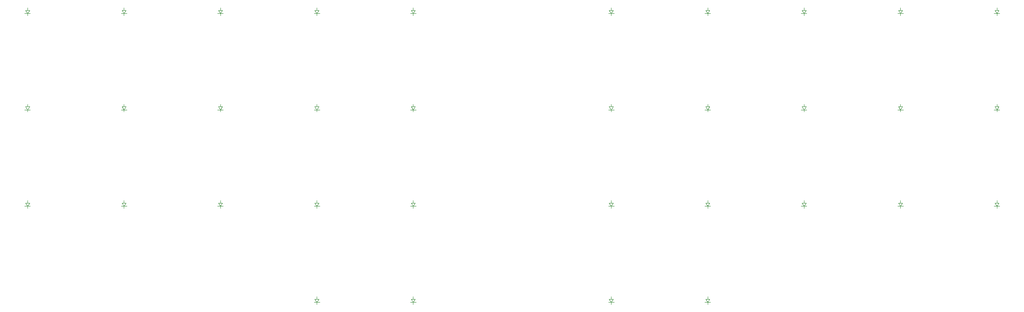
<source format=gbr>
%TF.GenerationSoftware,KiCad,Pcbnew,9.0.1*%
%TF.CreationDate,2025-05-05T17:51:07+08:00*%
%TF.ProjectId,board,626f6172-642e-46b6-9963-61645f706362,v1.0.0*%
%TF.SameCoordinates,Original*%
%TF.FileFunction,Legend,Top*%
%TF.FilePolarity,Positive*%
%FSLAX46Y46*%
G04 Gerber Fmt 4.6, Leading zero omitted, Abs format (unit mm)*
G04 Created by KiCad (PCBNEW 9.0.1) date 2025-05-05 17:51:07*
%MOMM*%
%LPD*%
G01*
G04 APERTURE LIST*
%ADD10C,0.100000*%
G04 APERTURE END LIST*
D10*
%TO.C,D29*%
X265140000Y-150430000D02*
X265940000Y-150430000D01*
X265540000Y-150430000D02*
X265540000Y-149930000D01*
X265540000Y-151030000D02*
X264990000Y-151030000D01*
X265540000Y-151030000D02*
X265140000Y-150430000D01*
X265540000Y-151030000D02*
X266090000Y-151030000D01*
X265540000Y-151430000D02*
X265540000Y-151030000D01*
X265940000Y-150430000D02*
X265540000Y-151030000D01*
%TO.C,D12*%
X150140000Y-131430000D02*
X150940000Y-131430000D01*
X150540000Y-131430000D02*
X150540000Y-130930000D01*
X150540000Y-132030000D02*
X149990000Y-132030000D01*
X150540000Y-132030000D02*
X150140000Y-131430000D01*
X150540000Y-132030000D02*
X151090000Y-132030000D01*
X150540000Y-132430000D02*
X150540000Y-132030000D01*
X150940000Y-131430000D02*
X150540000Y-132030000D01*
%TO.C,D23*%
X227140000Y-150430000D02*
X227940000Y-150430000D01*
X227540000Y-150430000D02*
X227540000Y-149930000D01*
X227540000Y-151030000D02*
X226990000Y-151030000D01*
X227540000Y-151030000D02*
X227140000Y-150430000D01*
X227540000Y-151030000D02*
X228090000Y-151030000D01*
X227540000Y-151430000D02*
X227540000Y-151030000D01*
X227940000Y-150430000D02*
X227540000Y-151030000D01*
%TO.C,D4*%
X112140000Y-150430000D02*
X112940000Y-150430000D01*
X112540000Y-150430000D02*
X112540000Y-149930000D01*
X112540000Y-151030000D02*
X111990000Y-151030000D01*
X112540000Y-151030000D02*
X112140000Y-150430000D01*
X112540000Y-151030000D02*
X113090000Y-151030000D01*
X112540000Y-151430000D02*
X112540000Y-151030000D01*
X112940000Y-150430000D02*
X112540000Y-151030000D01*
%TO.C,D16*%
X169140000Y-131430000D02*
X169940000Y-131430000D01*
X169540000Y-131430000D02*
X169540000Y-130930000D01*
X169540000Y-132030000D02*
X168990000Y-132030000D01*
X169540000Y-132030000D02*
X169140000Y-131430000D01*
X169540000Y-132030000D02*
X170090000Y-132030000D01*
X169540000Y-132430000D02*
X169540000Y-132030000D01*
X169940000Y-131430000D02*
X169540000Y-132030000D01*
%TO.C,D14*%
X169140000Y-169430000D02*
X169940000Y-169430000D01*
X169540000Y-169430000D02*
X169540000Y-168930000D01*
X169540000Y-170030000D02*
X168990000Y-170030000D01*
X169540000Y-170030000D02*
X169140000Y-169430000D01*
X169540000Y-170030000D02*
X170090000Y-170030000D01*
X169540000Y-170430000D02*
X169540000Y-170030000D01*
X169940000Y-169430000D02*
X169540000Y-170030000D01*
%TO.C,D1*%
X93140000Y-150430000D02*
X93940000Y-150430000D01*
X93540000Y-150430000D02*
X93540000Y-149930000D01*
X93540000Y-151030000D02*
X92990000Y-151030000D01*
X93540000Y-151030000D02*
X93140000Y-150430000D01*
X93540000Y-151030000D02*
X94090000Y-151030000D01*
X93540000Y-151430000D02*
X93540000Y-151030000D01*
X93940000Y-150430000D02*
X93540000Y-151030000D01*
%TO.C,D21*%
X208140000Y-112430000D02*
X208940000Y-112430000D01*
X208540000Y-112430000D02*
X208540000Y-111930000D01*
X208540000Y-113030000D02*
X207990000Y-113030000D01*
X208540000Y-113030000D02*
X208140000Y-112430000D01*
X208540000Y-113030000D02*
X209090000Y-113030000D01*
X208540000Y-113430000D02*
X208540000Y-113030000D01*
X208940000Y-112430000D02*
X208540000Y-113030000D01*
%TO.C,D30*%
X265140000Y-131430000D02*
X265940000Y-131430000D01*
X265540000Y-131430000D02*
X265540000Y-130930000D01*
X265540000Y-132030000D02*
X264990000Y-132030000D01*
X265540000Y-132030000D02*
X265140000Y-131430000D01*
X265540000Y-132030000D02*
X266090000Y-132030000D01*
X265540000Y-132430000D02*
X265540000Y-132030000D01*
X265940000Y-131430000D02*
X265540000Y-132030000D01*
%TO.C,D20*%
X208140000Y-131430000D02*
X208940000Y-131430000D01*
X208540000Y-131430000D02*
X208540000Y-130930000D01*
X208540000Y-132030000D02*
X207990000Y-132030000D01*
X208540000Y-132030000D02*
X208140000Y-131430000D01*
X208540000Y-132030000D02*
X209090000Y-132030000D01*
X208540000Y-132430000D02*
X208540000Y-132030000D01*
X208940000Y-131430000D02*
X208540000Y-132030000D01*
%TO.C,D11*%
X150140000Y-150430000D02*
X150940000Y-150430000D01*
X150540000Y-150430000D02*
X150540000Y-149930000D01*
X150540000Y-151030000D02*
X149990000Y-151030000D01*
X150540000Y-151030000D02*
X150140000Y-150430000D01*
X150540000Y-151030000D02*
X151090000Y-151030000D01*
X150540000Y-151430000D02*
X150540000Y-151030000D01*
X150940000Y-150430000D02*
X150540000Y-151030000D01*
%TO.C,D5*%
X112140000Y-131430000D02*
X112940000Y-131430000D01*
X112540000Y-131430000D02*
X112540000Y-130930000D01*
X112540000Y-132030000D02*
X111990000Y-132030000D01*
X112540000Y-132030000D02*
X112140000Y-131430000D01*
X112540000Y-132030000D02*
X113090000Y-132030000D01*
X112540000Y-132430000D02*
X112540000Y-132030000D01*
X112940000Y-131430000D02*
X112540000Y-132030000D01*
%TO.C,D19*%
X208140000Y-150430000D02*
X208940000Y-150430000D01*
X208540000Y-150430000D02*
X208540000Y-149930000D01*
X208540000Y-151030000D02*
X207990000Y-151030000D01*
X208540000Y-151030000D02*
X208140000Y-150430000D01*
X208540000Y-151030000D02*
X209090000Y-151030000D01*
X208540000Y-151430000D02*
X208540000Y-151030000D01*
X208940000Y-150430000D02*
X208540000Y-151030000D01*
%TO.C,D2*%
X93140000Y-131430000D02*
X93940000Y-131430000D01*
X93540000Y-131430000D02*
X93540000Y-130930000D01*
X93540000Y-132030000D02*
X92990000Y-132030000D01*
X93540000Y-132030000D02*
X93140000Y-131430000D01*
X93540000Y-132030000D02*
X94090000Y-132030000D01*
X93540000Y-132430000D02*
X93540000Y-132030000D01*
X93940000Y-131430000D02*
X93540000Y-132030000D01*
%TO.C,D7*%
X131140000Y-150430000D02*
X131940000Y-150430000D01*
X131540000Y-150430000D02*
X131540000Y-149930000D01*
X131540000Y-151030000D02*
X130990000Y-151030000D01*
X131540000Y-151030000D02*
X131140000Y-150430000D01*
X131540000Y-151030000D02*
X132090000Y-151030000D01*
X131540000Y-151430000D02*
X131540000Y-151030000D01*
X131940000Y-150430000D02*
X131540000Y-151030000D01*
%TO.C,D31*%
X265140000Y-112430000D02*
X265940000Y-112430000D01*
X265540000Y-112430000D02*
X265540000Y-111930000D01*
X265540000Y-113030000D02*
X264990000Y-113030000D01*
X265540000Y-113030000D02*
X265140000Y-112430000D01*
X265540000Y-113030000D02*
X266090000Y-113030000D01*
X265540000Y-113430000D02*
X265540000Y-113030000D01*
X265940000Y-112430000D02*
X265540000Y-113030000D01*
%TO.C,D13*%
X150140000Y-112430000D02*
X150940000Y-112430000D01*
X150540000Y-112430000D02*
X150540000Y-111930000D01*
X150540000Y-113030000D02*
X149990000Y-113030000D01*
X150540000Y-113030000D02*
X150140000Y-112430000D01*
X150540000Y-113030000D02*
X151090000Y-113030000D01*
X150540000Y-113430000D02*
X150540000Y-113030000D01*
X150940000Y-112430000D02*
X150540000Y-113030000D01*
%TO.C,D24*%
X227140000Y-131430000D02*
X227940000Y-131430000D01*
X227540000Y-131430000D02*
X227540000Y-130930000D01*
X227540000Y-132030000D02*
X226990000Y-132030000D01*
X227540000Y-132030000D02*
X227140000Y-131430000D01*
X227540000Y-132030000D02*
X228090000Y-132030000D01*
X227540000Y-132430000D02*
X227540000Y-132030000D01*
X227940000Y-131430000D02*
X227540000Y-132030000D01*
%TO.C,D15*%
X169140000Y-150430000D02*
X169940000Y-150430000D01*
X169540000Y-150430000D02*
X169540000Y-149930000D01*
X169540000Y-151030000D02*
X168990000Y-151030000D01*
X169540000Y-151030000D02*
X169140000Y-150430000D01*
X169540000Y-151030000D02*
X170090000Y-151030000D01*
X169540000Y-151430000D02*
X169540000Y-151030000D01*
X169940000Y-150430000D02*
X169540000Y-151030000D01*
%TO.C,D28*%
X246140000Y-112430000D02*
X246940000Y-112430000D01*
X246540000Y-112430000D02*
X246540000Y-111930000D01*
X246540000Y-113030000D02*
X245990000Y-113030000D01*
X246540000Y-113030000D02*
X246140000Y-112430000D01*
X246540000Y-113030000D02*
X247090000Y-113030000D01*
X246540000Y-113430000D02*
X246540000Y-113030000D01*
X246940000Y-112430000D02*
X246540000Y-113030000D01*
%TO.C,D26*%
X246140000Y-150430000D02*
X246940000Y-150430000D01*
X246540000Y-150430000D02*
X246540000Y-149930000D01*
X246540000Y-151030000D02*
X245990000Y-151030000D01*
X246540000Y-151030000D02*
X246140000Y-150430000D01*
X246540000Y-151030000D02*
X247090000Y-151030000D01*
X246540000Y-151430000D02*
X246540000Y-151030000D01*
X246940000Y-150430000D02*
X246540000Y-151030000D01*
%TO.C,D8*%
X131140000Y-131430000D02*
X131940000Y-131430000D01*
X131540000Y-131430000D02*
X131540000Y-130930000D01*
X131540000Y-132030000D02*
X130990000Y-132030000D01*
X131540000Y-132030000D02*
X131140000Y-131430000D01*
X131540000Y-132030000D02*
X132090000Y-132030000D01*
X131540000Y-132430000D02*
X131540000Y-132030000D01*
X131940000Y-131430000D02*
X131540000Y-132030000D01*
%TO.C,D22*%
X227140000Y-169430000D02*
X227940000Y-169430000D01*
X227540000Y-169430000D02*
X227540000Y-168930000D01*
X227540000Y-170030000D02*
X226990000Y-170030000D01*
X227540000Y-170030000D02*
X227140000Y-169430000D01*
X227540000Y-170030000D02*
X228090000Y-170030000D01*
X227540000Y-170430000D02*
X227540000Y-170030000D01*
X227940000Y-169430000D02*
X227540000Y-170030000D01*
%TO.C,D3*%
X93140000Y-112430000D02*
X93940000Y-112430000D01*
X93540000Y-112430000D02*
X93540000Y-111930000D01*
X93540000Y-113030000D02*
X92990000Y-113030000D01*
X93540000Y-113030000D02*
X93140000Y-112430000D01*
X93540000Y-113030000D02*
X94090000Y-113030000D01*
X93540000Y-113430000D02*
X93540000Y-113030000D01*
X93940000Y-112430000D02*
X93540000Y-113030000D01*
%TO.C,D27*%
X246140000Y-131430000D02*
X246940000Y-131430000D01*
X246540000Y-131430000D02*
X246540000Y-130930000D01*
X246540000Y-132030000D02*
X245990000Y-132030000D01*
X246540000Y-132030000D02*
X246140000Y-131430000D01*
X246540000Y-132030000D02*
X247090000Y-132030000D01*
X246540000Y-132430000D02*
X246540000Y-132030000D01*
X246940000Y-131430000D02*
X246540000Y-132030000D01*
%TO.C,D10*%
X150140000Y-169430000D02*
X150940000Y-169430000D01*
X150540000Y-169430000D02*
X150540000Y-168930000D01*
X150540000Y-170030000D02*
X149990000Y-170030000D01*
X150540000Y-170030000D02*
X150140000Y-169430000D01*
X150540000Y-170030000D02*
X151090000Y-170030000D01*
X150540000Y-170430000D02*
X150540000Y-170030000D01*
X150940000Y-169430000D02*
X150540000Y-170030000D01*
%TO.C,D17*%
X169140000Y-112430000D02*
X169940000Y-112430000D01*
X169540000Y-112430000D02*
X169540000Y-111930000D01*
X169540000Y-113030000D02*
X168990000Y-113030000D01*
X169540000Y-113030000D02*
X169140000Y-112430000D01*
X169540000Y-113030000D02*
X170090000Y-113030000D01*
X169540000Y-113430000D02*
X169540000Y-113030000D01*
X169940000Y-112430000D02*
X169540000Y-113030000D01*
%TO.C,D25*%
X227140000Y-112430000D02*
X227940000Y-112430000D01*
X227540000Y-112430000D02*
X227540000Y-111930000D01*
X227540000Y-113030000D02*
X226990000Y-113030000D01*
X227540000Y-113030000D02*
X227140000Y-112430000D01*
X227540000Y-113030000D02*
X228090000Y-113030000D01*
X227540000Y-113430000D02*
X227540000Y-113030000D01*
X227940000Y-112430000D02*
X227540000Y-113030000D01*
%TO.C,D34*%
X284140000Y-112430000D02*
X284940000Y-112430000D01*
X284540000Y-112430000D02*
X284540000Y-111930000D01*
X284540000Y-113030000D02*
X283990000Y-113030000D01*
X284540000Y-113030000D02*
X284140000Y-112430000D01*
X284540000Y-113030000D02*
X285090000Y-113030000D01*
X284540000Y-113430000D02*
X284540000Y-113030000D01*
X284940000Y-112430000D02*
X284540000Y-113030000D01*
%TO.C,D9*%
X131140000Y-112430000D02*
X131940000Y-112430000D01*
X131540000Y-112430000D02*
X131540000Y-111930000D01*
X131540000Y-113030000D02*
X130990000Y-113030000D01*
X131540000Y-113030000D02*
X131140000Y-112430000D01*
X131540000Y-113030000D02*
X132090000Y-113030000D01*
X131540000Y-113430000D02*
X131540000Y-113030000D01*
X131940000Y-112430000D02*
X131540000Y-113030000D01*
%TO.C,D6*%
X112140000Y-112430000D02*
X112940000Y-112430000D01*
X112540000Y-112430000D02*
X112540000Y-111930000D01*
X112540000Y-113030000D02*
X111990000Y-113030000D01*
X112540000Y-113030000D02*
X112140000Y-112430000D01*
X112540000Y-113030000D02*
X113090000Y-113030000D01*
X112540000Y-113430000D02*
X112540000Y-113030000D01*
X112940000Y-112430000D02*
X112540000Y-113030000D01*
%TO.C,D18*%
X208140000Y-169430000D02*
X208940000Y-169430000D01*
X208540000Y-169430000D02*
X208540000Y-168930000D01*
X208540000Y-170030000D02*
X207990000Y-170030000D01*
X208540000Y-170030000D02*
X208140000Y-169430000D01*
X208540000Y-170030000D02*
X209090000Y-170030000D01*
X208540000Y-170430000D02*
X208540000Y-170030000D01*
X208940000Y-169430000D02*
X208540000Y-170030000D01*
%TO.C,D33*%
X284140000Y-131430000D02*
X284940000Y-131430000D01*
X284540000Y-131430000D02*
X284540000Y-130930000D01*
X284540000Y-132030000D02*
X283990000Y-132030000D01*
X284540000Y-132030000D02*
X284140000Y-131430000D01*
X284540000Y-132030000D02*
X285090000Y-132030000D01*
X284540000Y-132430000D02*
X284540000Y-132030000D01*
X284940000Y-131430000D02*
X284540000Y-132030000D01*
%TO.C,D32*%
X284140000Y-150430000D02*
X284940000Y-150430000D01*
X284540000Y-150430000D02*
X284540000Y-149930000D01*
X284540000Y-151030000D02*
X283990000Y-151030000D01*
X284540000Y-151030000D02*
X284140000Y-150430000D01*
X284540000Y-151030000D02*
X285090000Y-151030000D01*
X284540000Y-151430000D02*
X284540000Y-151030000D01*
X284940000Y-150430000D02*
X284540000Y-151030000D01*
%TD*%
M02*

</source>
